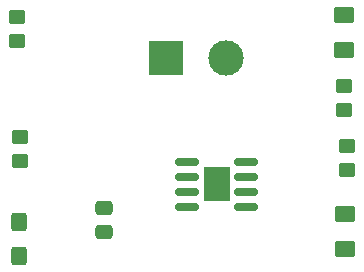
<source format=gbr>
%TF.GenerationSoftware,KiCad,Pcbnew,(6.0.10-0)*%
%TF.CreationDate,2023-02-17T09:13:01-08:00*%
%TF.ProjectId,lab4_Exercise2,6c616234-5f45-4786-9572-63697365322e,rev?*%
%TF.SameCoordinates,Original*%
%TF.FileFunction,Soldermask,Top*%
%TF.FilePolarity,Negative*%
%FSLAX46Y46*%
G04 Gerber Fmt 4.6, Leading zero omitted, Abs format (unit mm)*
G04 Created by KiCad (PCBNEW (6.0.10-0)) date 2023-02-17 09:13:01*
%MOMM*%
%LPD*%
G01*
G04 APERTURE LIST*
G04 Aperture macros list*
%AMRoundRect*
0 Rectangle with rounded corners*
0 $1 Rounding radius*
0 $2 $3 $4 $5 $6 $7 $8 $9 X,Y pos of 4 corners*
0 Add a 4 corners polygon primitive as box body*
4,1,4,$2,$3,$4,$5,$6,$7,$8,$9,$2,$3,0*
0 Add four circle primitives for the rounded corners*
1,1,$1+$1,$2,$3*
1,1,$1+$1,$4,$5*
1,1,$1+$1,$6,$7*
1,1,$1+$1,$8,$9*
0 Add four rect primitives between the rounded corners*
20,1,$1+$1,$2,$3,$4,$5,0*
20,1,$1+$1,$4,$5,$6,$7,0*
20,1,$1+$1,$6,$7,$8,$9,0*
20,1,$1+$1,$8,$9,$2,$3,0*%
G04 Aperture macros list end*
%ADD10RoundRect,0.250001X0.624999X-0.462499X0.624999X0.462499X-0.624999X0.462499X-0.624999X-0.462499X0*%
%ADD11RoundRect,0.250000X-0.450000X0.350000X-0.450000X-0.350000X0.450000X-0.350000X0.450000X0.350000X0*%
%ADD12RoundRect,0.150000X0.825000X0.150000X-0.825000X0.150000X-0.825000X-0.150000X0.825000X-0.150000X0*%
%ADD13R,2.290000X3.000000*%
%ADD14R,3.000000X3.000000*%
%ADD15C,3.000000*%
%ADD16RoundRect,0.250000X-0.425000X0.537500X-0.425000X-0.537500X0.425000X-0.537500X0.425000X0.537500X0*%
%ADD17RoundRect,0.250000X-0.475000X0.337500X-0.475000X-0.337500X0.475000X-0.337500X0.475000X0.337500X0*%
G04 APERTURE END LIST*
D10*
%TO.C,D1*%
X157480000Y-79597500D03*
X157480000Y-76622500D03*
%TD*%
D11*
%TO.C,R2*%
X130090000Y-86991744D03*
X130090000Y-88991744D03*
%TD*%
%TO.C,R4*%
X157730000Y-87730000D03*
X157730000Y-89730000D03*
%TD*%
%TO.C,R3*%
X157480000Y-82650000D03*
X157480000Y-84650000D03*
%TD*%
D12*
%TO.C,U1*%
X149205000Y-92857500D03*
X149205000Y-91587500D03*
X149205000Y-90317500D03*
X149205000Y-89047500D03*
X144255000Y-89047500D03*
X144255000Y-90317500D03*
X144255000Y-91587500D03*
X144255000Y-92857500D03*
D13*
X146730000Y-90952500D03*
%TD*%
D11*
%TO.C,R1*%
X129825000Y-76831744D03*
X129825000Y-78831744D03*
%TD*%
D14*
%TO.C,J1*%
X142430000Y-80260000D03*
D15*
X147510000Y-80260000D03*
%TD*%
D10*
%TO.C,D2*%
X157620000Y-96467500D03*
X157620000Y-93492500D03*
%TD*%
D16*
%TO.C,C1*%
X130025000Y-94174244D03*
X130025000Y-97049244D03*
%TD*%
D17*
%TO.C,C2*%
X137160000Y-92942500D03*
X137160000Y-95017500D03*
%TD*%
M02*

</source>
